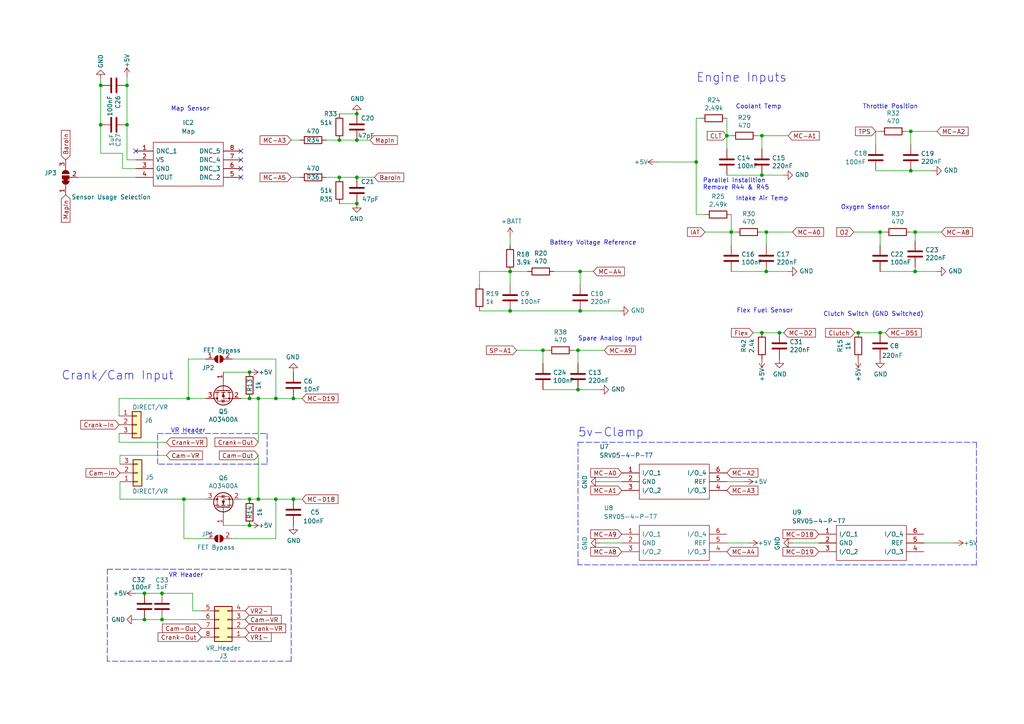
<source format=kicad_sch>
(kicad_sch (version 20211123) (generator eeschema)
  (paper "A4")
  (title_block (title "Pre-Ignition X4") (date "2021-09-25") (rev "3") (company "DetonationEMS") (comment 1 "detonationems.com"))
  (lib_symbols
    (symbol "Connector_Generic:Conn_01x03" (pin_names (offset 1.016) hide)
      (property "Reference" "J" (at 0 5.08 0))
      (property "Value" "Conn_01x03" (at 0 -5.08 0))
      (symbol "Conn_01x03_1_1"
        (rectangle (start -1.27 -2.413) (end 0 -2.667) (stroke (width 0.1524)))
        (rectangle (start -1.27 0.127) (end 0 -0.127) (stroke (width 0.1524)))
        (rectangle (start -1.27 2.667) (end 0 2.413) (stroke (width 0.1524)))
        (rectangle (start -1.27 3.81) (end 1.27 -3.81) (stroke (width 0.254)) (fill (type background)))
        (pin passive line (at -5.08 2.54 0) (length 3.81) (name "Pin_1") (number "1"))
        (pin passive line (at -5.08 0 0) (length 3.81) (name "Pin_2") (number "2"))
        (pin passive line (at -5.08 -2.54 0) (length 3.81) (name "Pin_3") (number "3"))
      )
    )
    (symbol "Connector_Generic:Conn_02x04_Counter_Clockwise" (pin_names (offset 1.016) hide)
      (property "Reference" "J" (at 1.27 5.08 0))
      (property "Value" "Conn_02x04_Counter_Clockwise" (at 1.27 -7.62 0))
      (symbol "Conn_02x04_Counter_Clockwise_1_1"
        (rectangle (start -1.27 -4.953) (end 0 -5.207) (stroke (width 0.1524)))
        (rectangle (start -1.27 -2.413) (end 0 -2.667) (stroke (width 0.1524)))
        (rectangle (start -1.27 0.127) (end 0 -0.127) (stroke (width 0.1524)))
        (rectangle (start -1.27 2.667) (end 0 2.413) (stroke (width 0.1524)))
        (rectangle (start -1.27 3.81) (end 3.81 -6.35) (stroke (width 0.254)) (fill (type background)))
        (rectangle (start 3.81 -4.953) (end 2.54 -5.207) (stroke (width 0.1524)))
        (rectangle (start 3.81 -2.413) (end 2.54 -2.667) (stroke (width 0.1524)))
        (rectangle (start 3.81 0.127) (end 2.54 -0.127) (stroke (width 0.1524)))
        (rectangle (start 3.81 2.667) (end 2.54 2.413) (stroke (width 0.1524)))
        (pin passive line (at -5.08 2.54 0) (length 3.81) (name "Pin_1") (number "1"))
        (pin passive line (at -5.08 0 0) (length 3.81) (name "Pin_2") (number "2"))
        (pin passive line (at -5.08 -2.54 0) (length 3.81) (name "Pin_3") (number "3"))
        (pin passive line (at -5.08 -5.08 0) (length 3.81) (name "Pin_4") (number "4"))
        (pin passive line (at 7.62 -5.08 180) (length 3.81) (name "Pin_5") (number "5"))
        (pin passive line (at 7.62 -2.54 180) (length 3.81) (name "Pin_6") (number "6"))
        (pin passive line (at 7.62 0 180) (length 3.81) (name "Pin_7") (number "7"))
        (pin passive line (at 7.62 2.54 180) (length 3.81) (name "Pin_8") (number "8"))
      )
    )
    (symbol "Device:C" (pin_numbers hide) (pin_names (offset 0.254))
      (property "Reference" "C" (at 0.635 2.54 0))
      (property "Value" "C" (at 0.635 -2.54 0))
      (symbol "C_0_1"
        (polyline (pts (xy -2.032 -0.762) (xy 2.032 -0.762)) (stroke (width 0.508)))
        (polyline (pts (xy -2.032 0.762) (xy 2.032 0.762)) (stroke (width 0.508)))
      )
      (symbol "C_1_1"
        (pin passive line (at 0 3.81 270) (length 2.794) (name "~") (number "1"))
        (pin passive line (at 0 -3.81 90) (length 2.794) (name "~") (number "2"))
      )
    )
    (symbol "Device:R" (pin_numbers hide) (pin_names (offset 0))
      (property "Reference" "R" (at 2.032 0 90))
      (property "Value" "R" (at 0 0 90))
      (symbol "R_0_1"
        (rectangle (start -1.016 -2.54) (end 1.016 2.54) (stroke (width 0.254)))
      )
      (symbol "R_1_1"
        (pin passive line (at 0 3.81 270) (length 1.27) (name "~") (number "1"))
        (pin passive line (at 0 -3.81 90) (length 1.27) (name "~") (number "2"))
      )
    )
    (symbol "Jumper:SolderJumper_2_Open" (pin_names (offset 0) hide)
      (property "Reference" "JP" (at 0 2.032 0))
      (property "Value" "SolderJumper_2_Open" (at 0 -2.54 0))
      (symbol "SolderJumper_2_Open_0_1"
        (arc (start -0.254 1.016) (mid -1.27 0) (end -0.254 -1.016))
        (arc (start -0.254 1.016) (mid -1.27 0) (end -0.254 -1.016) (fill (type outline)))
        (polyline (pts (xy -0.254 1.016) (xy -0.254 -1.016)))
        (polyline (pts (xy 0.254 1.016) (xy 0.254 -1.016)))
        (arc (start 0.254 -1.016) (mid 1.27 0) (end 0.254 1.016))
        (arc (start 0.254 -1.016) (mid 1.27 0) (end 0.254 1.016) (fill (type outline)))
      )
      (symbol "SolderJumper_2_Open_1_1"
        (pin passive line (at -3.81 0 0) (length 2.54) (name "A") (number "1"))
        (pin passive line (at 3.81 0 180) (length 2.54) (name "B") (number "2"))
      )
    )
    (symbol "Jumper:SolderJumper_3_Bridged12" (pin_names (offset 0) hide)
      (property "Reference" "JP" (at -2.54 -2.54 0))
      (property "Value" "SolderJumper_3_Bridged12" (at 0 2.794 0))
      (symbol "SolderJumper_3_Bridged12_0_1"
        (rectangle (start -1.016 0.508) (end -0.508 -0.508) (fill (type outline)))
        (arc (start -1.016 1.016) (mid -2.032 0) (end -1.016 -1.016))
        (arc (start -1.016 1.016) (mid -2.032 0) (end -1.016 -1.016) (fill (type outline)))
        (rectangle (start -0.508 1.016) (end 0.508 -1.016) (fill (type outline)))
        (polyline (pts (xy -2.54 0) (xy -2.032 0)))
        (polyline (pts (xy -1.016 1.016) (xy -1.016 -1.016)))
        (polyline (pts (xy 0 -1.27) (xy 0 -1.016)))
        (polyline (pts (xy 1.016 1.016) (xy 1.016 -1.016)))
        (polyline (pts (xy 2.54 0) (xy 2.032 0)))
        (arc (start 1.016 -1.016) (mid 2.032 0) (end 1.016 1.016))
        (arc (start 1.016 -1.016) (mid 2.032 0) (end 1.016 1.016) (fill (type outline)))
      )
      (symbol "SolderJumper_3_Bridged12_1_1"
        (pin passive line (at -5.08 0 0) (length 2.54) (name "A") (number "1"))
        (pin passive line (at 0 -3.81 90) (length 2.54) (name "C") (number "2"))
        (pin passive line (at 5.08 0 180) (length 2.54) (name "B") (number "3"))
      )
    )
    (symbol "MPXH6250AC6U:MPXH6250AC6U" (pin_names (offset 0.762))
      (property "Reference" "IC" (at 26.67 7.62 0))
      (property "Value" "MPXH6250AC6U" (at 26.67 5.08 0))
      (symbol "MPXH6250AC6U_0_0"
        (pin passive line (at 0 0 0) (length 5.08) (name "DNC_1") (number "1"))
        (pin passive line (at 0 -2.54 0) (length 5.08) (name "VS") (number "2"))
        (pin passive line (at 0 -5.08 0) (length 5.08) (name "GND") (number "3"))
        (pin passive line (at 0 -7.62 0) (length 5.08) (name "VOUT") (number "4"))
        (pin passive line (at 30.48 -7.62 180) (length 5.08) (name "DNC_2") (number "5"))
        (pin passive line (at 30.48 -5.08 180) (length 5.08) (name "DNC_3") (number "6"))
        (pin passive line (at 30.48 -2.54 180) (length 5.08) (name "DNC_4") (number "7"))
        (pin passive line (at 30.48 0 180) (length 5.08) (name "DNC_5") (number "8"))
      )
      (symbol "MPXH6250AC6U_0_1"
        (polyline (pts (xy 5.08 2.54) (xy 25.4 2.54) (xy 25.4 -10.16) (xy 5.08 -10.16) (xy 5.08 2.54)) (stroke (width 0.1524)))
      )
    )
    (symbol "Pre_Ignition-cache:AO3400A" (pin_names hide)
      (property "Reference" "Q" (at 5.08 1.905 0))
      (property "Value" "AO3400A" (at 5.08 0 0))
      (symbol "AO3400A_0_1"
        (polyline (pts (xy 0.254 0) (xy -2.54 0)))
        (polyline (pts (xy 0.254 1.905) (xy 0.254 -1.905)) (stroke (width 0.254)))
        (polyline (pts (xy 0.762 -1.27) (xy 0.762 -2.286)) (stroke (width 0.254)))
        (polyline (pts (xy 0.762 0.508) (xy 0.762 -0.508)) (stroke (width 0.254)))
        (polyline (pts (xy 0.762 2.286) (xy 0.762 1.27)) (stroke (width 0.254)))
        (polyline (pts (xy 2.54 2.54) (xy 2.54 1.778)))
        (polyline (pts (xy 2.54 -2.54) (xy 2.54 0) (xy 0.762 0)))
        (polyline (pts (xy 0.762 -1.778) (xy 3.302 -1.778) (xy 3.302 1.778) (xy 0.762 1.778)))
        (polyline (pts (xy 1.016 0) (xy 2.032 0.381) (xy 2.032 -0.381) (xy 1.016 0)) (fill (type outline)))
        (polyline (pts (xy 2.794 0.508) (xy 2.921 0.381) (xy 3.683 0.381) (xy 3.81 0.254)))
        (polyline (pts (xy 3.302 0.381) (xy 2.921 -0.254) (xy 3.683 -0.254) (xy 3.302 0.381)))
        (circle (center 1.651 0) (radius 2.794) (stroke (width 0.254)))
        (circle (center 2.54 -1.778) (radius 0.254) (fill (type outline)))
        (circle (center 2.54 1.778) (radius 0.254) (fill (type outline)))
      )
      (symbol "AO3400A_1_1"
        (pin input line (at -5.08 0 0) (length 2.54) (name "G") (number "1"))
        (pin passive line (at 2.54 -5.08 90) (length 2.54) (name "S") (number "2"))
        (pin passive line (at 2.54 5.08 270) (length 2.54) (name "D") (number "3"))
      )
    )
    (symbol "Pre_Ignition-rescue:SRV05-4-P-T7-SRV05-4-P-T7-Pre_Ignition-rescue-Pre_Ignition-rescue-Pre_Ignition-rescue" (pin_names (offset 0.762))
      (property "Reference" "IC" (at 26.67 7.62 0))
      (property "Value" "SRV05-4-P-T7-SRV05-4-P-T7-Pre_Ignition-rescue-Pre_Ignition-rescue-Pre_Ignition-rescue" (at 26.67 5.08 0))
      (symbol "SRV05-4-P-T7-SRV05-4-P-T7-Pre_Ignition-rescue-Pre_Ignition-rescue-Pre_Ignition-rescue_0_0"
        (pin passive line (at 0 0 0) (length 5.08) (name "I/O_1") (number "1"))
        (pin passive line (at 0 -2.54 0) (length 5.08) (name "GND") (number "2"))
        (pin passive line (at 0 -5.08 0) (length 5.08) (name "I/O_2") (number "3"))
        (pin passive line (at 30.48 -5.08 180) (length 5.08) (name "I/O_3") (number "4"))
        (pin passive line (at 30.48 -2.54 180) (length 5.08) (name "REF") (number "5"))
        (pin passive line (at 30.48 0 180) (length 5.08) (name "I/O_4") (number "6"))
      )
      (symbol "SRV05-4-P-T7-SRV05-4-P-T7-Pre_Ignition-rescue-Pre_Ignition-rescue-Pre_Ignition-rescue_0_1"
        (polyline (pts (xy 5.08 2.54) (xy 25.4 2.54) (xy 25.4 -7.62) (xy 5.08 -7.62) (xy 5.08 2.54)) (stroke (width 0.1524)))
      )
    )
    (symbol "power:+5V" (power) (pin_names (offset 0))
      (property "Value" "+5V" (at 0 3.556 0))
      (symbol "+5V_0_1"
        (polyline (pts (xy -0.762 1.27) (xy 0 2.54)))
        (polyline (pts (xy 0 0) (xy 0 2.54)))
        (polyline (pts (xy 0 2.54) (xy 0.762 1.27)))
      )
      (symbol "+5V_1_1"
        (pin power_in line (at 0 0 90) (length 0) hide (name "+5V") (number "1"))
      )
    )
    (symbol "power:+BATT" (power) (pin_names (offset 0))
      (property "Value" "+BATT" (at 0 3.556 0))
      (symbol "+BATT_0_1"
        (polyline (pts (xy -0.762 1.27) (xy 0 2.54)))
        (polyline (pts (xy 0 0) (xy 0 2.54)))
        (polyline (pts (xy 0 2.54) (xy 0.762 1.27)))
      )
      (symbol "+BATT_1_1"
        (pin power_in line (at 0 0 90) (length 0) hide (name "+BATT") (number "1"))
      )
    )
    (symbol "power:GND" (power) (pin_names (offset 0))
      (property "Value" "GND" (at 0 -3.81 0))
      (symbol "GND_0_1"
        (polyline (pts (xy 0 0) (xy 0 -1.27) (xy 1.27 -1.27) (xy 0 -2.54) (xy -1.27 -1.27) (xy 0 -1.27)))
      )
      (symbol "GND_1_1"
        (pin power_in line (at 0 0 270) (length 0) hide (name "GND") (number "1"))
      )
    )
  )
  (junction (at 103.505 59.055))
  (junction (at 220.98 39.37))
  (junction (at 168.275 90.17))
  (junction (at 103.505 51.435))
  (junction (at 255.27 67.31))
  (junction (at 264.16 38.1))
  (junction (at 29.21 24.765))
  (junction (at 212.09 67.31))
  (junction (at 85.09 115.57))
  (junction (at 226.06 96.52))
  (junction (at 85.09 144.78))
  (junction (at 72.39 107.95))
  (junction (at 103.505 40.64))
  (junction (at 29.21 36.195))
  (junction (at 80.01 115.57))
  (junction (at 210.82 39.37))
  (junction (at 54.61 115.57))
  (junction (at 168.275 78.74))
  (junction (at 264.16 49.53))
  (junction (at 265.43 78.74))
  (junction (at 222.25 67.31))
  (junction (at 220.98 96.52))
  (junction (at 80.01 144.78))
  (junction (at 72.39 152.4))
  (junction (at 74.93 115.57))
  (junction (at 167.64 101.6))
  (junction (at 265.43 67.31))
  (junction (at 255.27 96.52))
  (junction (at 72.39 144.78))
  (junction (at 167.64 113.03))
  (junction (at 41.91 172.085))
  (junction (at 103.505 33.02))
  (junction (at 98.425 40.64))
  (junction (at 147.955 90.17))
  (junction (at 53.34 144.78))
  (junction (at 201.93 46.99))
  (junction (at 248.92 96.52))
  (junction (at 41.91 179.705))
  (junction (at 36.83 36.195))
  (junction (at 46.99 179.705))
  (junction (at 98.425 51.435))
  (junction (at 72.39 115.57))
  (junction (at 220.98 50.8))
  (junction (at 74.93 144.78))
  (junction (at 36.83 24.765))
  (junction (at 46.99 172.085))
  (junction (at 147.955 78.74))
  (junction (at 157.48 101.6))
  (junction (at 222.25 78.74))
  (no_connect (at 39.37 43.815))
  (no_connect (at 69.85 43.815))
  (no_connect (at 69.85 46.355))
  (no_connect (at 69.85 48.895))
  (no_connect (at 69.85 51.435))
  (wire (pts (xy 201.93 62.23) (xy 204.47 62.23)))
  (wire (pts (xy 139.065 82.55) (xy 139.065 78.74)))
  (wire (pts (xy 229.87 157.48) (xy 237.49 157.48)))
  (wire (pts (xy 218.44 96.52) (xy 220.98 96.52)))
  (wire (pts (xy 103.505 59.055) (xy 98.425 59.055)))
  (wire (pts (xy 219.71 39.37) (xy 220.98 39.37)))
  (wire (pts (xy 54.61 104.14) (xy 54.61 115.57)))
  (wire (pts (xy 36.83 22.225) (xy 36.83 24.765)))
  (wire (pts (xy 254 49.53) (xy 264.16 49.53)))
  (wire (pts (xy 227.33 50.8) (xy 220.98 50.8)))
  (wire (pts (xy 264.16 38.1) (xy 264.16 41.91)))
  (wire (pts (xy 34.544 115.57) (xy 54.61 115.57)))
  (wire (pts (xy 74.93 144.78) (xy 72.39 144.78)))
  (wire (pts (xy 29.21 22.86) (xy 29.21 24.765)))
  (wire (pts (xy 247.904 96.52) (xy 248.92 96.52)))
  (wire (pts (xy 264.16 67.31) (xy 265.43 67.31)))
  (wire (pts (xy 55.88 177.165) (xy 55.88 172.085)))
  (wire (pts (xy 36.83 46.355) (xy 39.37 46.355)))
  (wire (pts (xy 264.16 38.1) (xy 271.78 38.1)))
  (wire (pts (xy 35.56 48.895) (xy 39.37 48.895)))
  (wire (pts (xy 147.955 82.55) (xy 147.955 78.74)))
  (wire (pts (xy 74.93 115.57) (xy 80.01 115.57)))
  (wire (pts (xy 103.505 51.435) (xy 108.585 51.435)))
  (wire (pts (xy 220.98 96.52) (xy 226.06 96.52)))
  (wire (pts (xy 86.995 51.435) (xy 84.455 51.435)))
  (polyline (pts (xy 167.64 128.27) (xy 283.21 128.27)))
  (wire (pts (xy 168.275 78.74) (xy 172.085 78.74)))
  (wire (pts (xy 157.48 101.6) (xy 158.75 101.6)))
  (wire (pts (xy 255.27 78.74) (xy 265.43 78.74)))
  (wire (pts (xy 147.955 90.17) (xy 168.275 90.17)))
  (wire (pts (xy 255.27 67.31) (xy 255.27 71.12)))
  (polyline (pts (xy 31.115 191.77) (xy 31.115 165.1)))
  (wire (pts (xy 29.21 24.765) (xy 29.21 36.195)))
  (wire (pts (xy 228.6 78.74) (xy 222.25 78.74)))
  (wire (pts (xy 222.25 67.31) (xy 222.25 71.12)))
  (polyline (pts (xy 77.47 134.62) (xy 45.72 134.62)))
  (wire (pts (xy 147.955 68.58) (xy 147.955 71.12)))
  (wire (pts (xy 201.93 46.99) (xy 201.93 62.23)))
  (wire (pts (xy 86.995 40.64) (xy 84.455 40.64)))
  (wire (pts (xy 85.09 144.78) (xy 80.01 144.78)))
  (wire (pts (xy 157.48 113.03) (xy 167.64 113.03)))
  (wire (pts (xy 98.425 33.02) (xy 103.505 33.02)))
  (wire (pts (xy 98.425 40.64) (xy 94.615 40.64)))
  (wire (pts (xy 212.09 78.74) (xy 222.25 78.74)))
  (wire (pts (xy 29.21 44.45) (xy 35.56 44.45)))
  (wire (pts (xy 210.82 39.37) (xy 210.82 43.18)))
  (wire (pts (xy 98.425 51.435) (xy 103.505 51.435)))
  (wire (pts (xy 210.82 34.29) (xy 210.82 39.37)))
  (wire (pts (xy 212.09 62.23) (xy 212.09 67.31)))
  (wire (pts (xy 34.544 128.27) (xy 48.26 128.27)))
  (wire (pts (xy 220.98 39.37) (xy 228.6 39.37)))
  (wire (pts (xy 98.425 40.64) (xy 103.505 40.64)))
  (wire (pts (xy 48.26 132.08) (xy 34.798 132.08)))
  (wire (pts (xy 222.25 67.31) (xy 229.87 67.31)))
  (wire (pts (xy 35.56 44.45) (xy 35.56 48.895)))
  (wire (pts (xy 36.83 24.765) (xy 36.83 36.195)))
  (wire (pts (xy 166.37 101.6) (xy 167.64 101.6)))
  (wire (pts (xy 160.655 78.74) (xy 168.275 78.74)))
  (wire (pts (xy 248.92 96.52) (xy 255.27 96.52)))
  (polyline (pts (xy 283.21 163.83) (xy 167.64 163.83)))
  (wire (pts (xy 167.64 101.6) (xy 175.26 101.6)))
  (wire (pts (xy 34.544 120.65) (xy 34.544 115.57)))
  (wire (pts (xy 41.91 172.085) (xy 46.99 172.085)))
  (wire (pts (xy 265.43 77.47) (xy 265.43 78.74)))
  (polyline (pts (xy 283.21 128.27) (xy 283.21 163.83)))
  (wire (pts (xy 173.99 139.7) (xy 180.34 139.7)))
  (wire (pts (xy 94.615 51.435) (xy 98.425 51.435)))
  (wire (pts (xy 59.69 156.21) (xy 53.34 156.21)))
  (wire (pts (xy 87.63 144.78) (xy 85.09 144.78)))
  (wire (pts (xy 58.42 177.165) (xy 55.88 177.165)))
  (wire (pts (xy 67.31 156.21) (xy 80.01 156.21)))
  (wire (pts (xy 254 38.1) (xy 255.27 38.1)))
  (wire (pts (xy 34.544 125.73) (xy 34.544 128.27)))
  (wire (pts (xy 29.21 36.195) (xy 29.21 44.45)))
  (wire (pts (xy 39.37 172.085) (xy 41.91 172.085)))
  (wire (pts (xy 157.48 101.6) (xy 157.48 105.41)))
  (polyline (pts (xy 84.455 191.77) (xy 31.115 191.77)))
  (wire (pts (xy 80.01 144.78) (xy 74.93 144.78)))
  (wire (pts (xy 22.86 51.435) (xy 39.37 51.435)))
  (wire (pts (xy 59.69 104.14) (xy 54.61 104.14)))
  (polyline (pts (xy 167.64 163.83) (xy 167.64 128.27)))
  (wire (pts (xy 180.34 157.48) (xy 173.99 157.48)))
  (wire (pts (xy 226.06 96.52) (xy 227.33 96.52)))
  (wire (pts (xy 139.065 90.17) (xy 147.955 90.17)))
  (wire (pts (xy 265.43 78.74) (xy 271.78 78.74)))
  (polyline (pts (xy 84.455 165.1) (xy 84.455 191.77)))
  (wire (pts (xy 179.705 90.17) (xy 168.275 90.17)))
  (wire (pts (xy 220.98 39.37) (xy 220.98 43.18)))
  (wire (pts (xy 80.01 115.57) (xy 85.09 115.57)))
  (wire (pts (xy 247.65 67.31) (xy 255.27 67.31)))
  (wire (pts (xy 74.93 128.27) (xy 74.93 115.57)))
  (wire (pts (xy 270.51 49.53) (xy 264.16 49.53)))
  (wire (pts (xy 210.82 50.8) (xy 220.98 50.8)))
  (wire (pts (xy 173.99 113.03) (xy 167.64 113.03)))
  (wire (pts (xy 201.93 34.29) (xy 201.93 46.99)))
  (wire (pts (xy 210.82 157.48) (xy 217.17 157.48)))
  (wire (pts (xy 139.065 78.74) (xy 147.955 78.74)))
  (wire (pts (xy 55.88 172.085) (xy 46.99 172.085)))
  (wire (pts (xy 215.9 139.7) (xy 210.82 139.7)))
  (wire (pts (xy 39.37 179.705) (xy 41.91 179.705)))
  (wire (pts (xy 210.82 39.37) (xy 212.09 39.37)))
  (wire (pts (xy 149.86 101.6) (xy 157.48 101.6)))
  (wire (pts (xy 34.798 144.78) (xy 53.34 144.78)))
  (wire (pts (xy 72.39 115.57) (xy 69.85 115.57)))
  (wire (pts (xy 34.798 139.7) (xy 34.798 144.78)))
  (wire (pts (xy 262.89 38.1) (xy 264.16 38.1)))
  (polyline (pts (xy 45.72 134.62) (xy 45.72 125.73)))
  (wire (pts (xy 41.91 179.705) (xy 46.99 179.705)))
  (wire (pts (xy 46.99 179.705) (xy 58.42 179.705)))
  (wire (pts (xy 265.43 67.31) (xy 273.05 67.31)))
  (wire (pts (xy 53.34 156.21) (xy 53.34 144.78)))
  (wire (pts (xy 147.955 78.74) (xy 153.035 78.74)))
  (wire (pts (xy 67.31 104.14) (xy 80.01 104.14)))
  (wire (pts (xy 54.61 115.57) (xy 59.69 115.57)))
  (wire (pts (xy 168.275 82.55) (xy 168.275 78.74)))
  (wire (pts (xy 220.98 67.31) (xy 222.25 67.31)))
  (wire (pts (xy 201.93 34.29) (xy 203.2 34.29)))
  (wire (pts (xy 255.27 67.31) (xy 256.54 67.31)))
  (wire (pts (xy 80.01 156.21) (xy 80.01 144.78)))
  (wire (pts (xy 103.505 40.64) (xy 107.315 40.64)))
  (wire (pts (xy 80.01 104.14) (xy 80.01 115.57)))
  (wire (pts (xy 85.09 115.57) (xy 87.63 115.57)))
  (wire (pts (xy 34.798 132.08) (xy 34.798 134.62)))
  (wire (pts (xy 265.43 69.85) (xy 265.43 67.31)))
  (wire (pts (xy 255.27 96.52) (xy 256.794 96.52)))
  (wire (pts (xy 74.93 132.08) (xy 74.93 144.78)))
  (wire (pts (xy 72.39 115.57) (xy 74.93 115.57)))
  (wire (pts (xy 59.69 144.78) (xy 53.34 144.78)))
  (wire (pts (xy 64.77 152.4) (xy 72.39 152.4)))
  (wire (pts (xy 204.47 67.31) (xy 212.09 67.31)))
  (wire (pts (xy 72.39 144.78) (xy 69.85 144.78)))
  (wire (pts (xy 212.09 67.31) (xy 212.09 71.12)))
  (wire (pts (xy 190.5 46.99) (xy 201.93 46.99)))
  (polyline (pts (xy 45.72 125.73) (xy 77.47 125.73)))
  (wire (pts (xy 72.39 107.95) (xy 64.77 107.95)))
  (polyline (pts (xy 31.115 165.1) (xy 84.455 165.1)))
  (wire (pts (xy 212.09 67.31) (xy 213.36 67.31)))
  (wire (pts (xy 36.83 36.195) (xy 36.83 46.355)))
  (wire (pts (xy 267.97 157.48) (xy 276.86 157.48)))
  (wire (pts (xy 254 38.1) (xy 254 41.91)))
  (polyline (pts (xy 77.47 125.73) (xy 77.47 134.62)))
  (wire (pts (xy 167.64 101.6) (xy 167.64 105.41)))
  (text "Map Sensor" (at 49.53 32.385 0) (effects (font (size 1.27 1.27)) (justify left bottom)))
  (text "Clutch Switch (GND Switched)" (at 238.76 91.948 0) (effects (font (size 1.27 1.27)) (justify left bottom)))
  (text "Engine Inputs" (at 201.93 24.13 0) (effects (font (size 2.54 2.54)) (justify left bottom)))
  (text "Throttle Position" (at 250.19 31.75 0) (effects (font (size 1.27 1.27)) (justify left bottom)))
  (text "Parallel Installtion\nRemove R44 & R45" (at 203.835 55.245 0) (effects (font (size 1.27 1.27)) (justify left bottom)))
  (text "Crank/Cam Input" (at 17.78 110.49 0) (effects (font (size 2.4892 2.4892)) (justify left bottom)))
  (text "Spare Analog Input" (at 167.64 99.06 0) (effects (font (size 1.27 1.27)) (justify left bottom)))
  (text "Oxygen Sensor" (at 243.84 60.96 0) (effects (font (size 1.27 1.27)) (justify left bottom)))
  (text "Coolant Temp" (at 213.36 31.75 0) (effects (font (size 1.27 1.27)) (justify left bottom)))
  (text "Intake Air Temp" (at 213.36 58.42 0) (effects (font (size 1.27 1.27)) (justify left bottom)))
  (text "VR Header" (at 48.895 167.64 0) (effects (font (size 1.27 1.27)) (justify left bottom)))
  (text "Battery Voltage Reference" (at 159.385 71.247 0) (effects (font (size 1.27 1.27)) (justify left bottom)))
  (text "Flex Fuel Sensor" (at 213.614 90.932 0) (effects (font (size 1.27 1.27)) (justify left bottom)))
  (text "5v-Clamp" (at 167.64 127 0) (effects (font (size 2.4892 2.4892)) (justify left bottom)))
  (text "VR Header" (at 49.53 125.73 0) (effects (font (size 1.27 1.27)) (justify left bottom)))
  (global_label "MC-A5" (shape input) (at 84.455 51.435 180) (property "Intersheet References" "${INTERSHEET_REFS}" (effects hide)))
  (global_label "MC-D2" (shape input) (at 227.33 96.52 0) (property "Intersheet References" "${INTERSHEET_REFS}" (effects hide)))
  (global_label "MapIn" (shape input) (at 107.315 40.64 0) (property "Intersheet References" "${INTERSHEET_REFS}" (effects hide)))
  (global_label "MC-D18" (shape input) (at 87.63 144.78 0) (property "Intersheet References" "${INTERSHEET_REFS}" (effects hide)))
  (global_label "Cam-VR" (shape input) (at 48.26 132.08 0) (property "Intersheet References" "${INTERSHEET_REFS}" (effects hide)))
  (global_label "MC-A1" (shape input) (at 180.34 142.24 180) (property "Intersheet References" "${INTERSHEET_REFS}" (effects hide)))
  (global_label "MC-A4" (shape input) (at 210.82 160.02 0) (property "Intersheet References" "${INTERSHEET_REFS}" (effects hide)))
  (global_label "Flex" (shape input) (at 218.44 96.52 180) (property "Intersheet References" "${INTERSHEET_REFS}" (effects hide)))
  (global_label "Clutch" (shape input) (at 247.904 96.52 180) (property "Intersheet References" "${INTERSHEET_REFS}" (effects hide)))
  (global_label "Crank-VR" (shape input) (at 71.12 182.245 0) (property "Intersheet References" "${INTERSHEET_REFS}" (effects hide)))
  (global_label "BaroIn" (shape input) (at 108.585 51.435 0) (property "Intersheet References" "${INTERSHEET_REFS}" (effects hide)))
  (global_label "MC-A4" (shape input) (at 172.085 78.74 0) (property "Intersheet References" "${INTERSHEET_REFS}" (effects hide)))
  (global_label "MC-D19" (shape input) (at 237.49 160.02 180) (property "Intersheet References" "${INTERSHEET_REFS}" (effects hide)))
  (global_label "MC-A0" (shape input) (at 180.34 137.16 180) (property "Intersheet References" "${INTERSHEET_REFS}" (effects hide)))
  (global_label "MC-A3" (shape input) (at 84.455 40.64 180) (property "Intersheet References" "${INTERSHEET_REFS}" (effects hide)))
  (global_label "Cam-In" (shape input) (at 34.798 137.16 180) (property "Intersheet References" "${INTERSHEET_REFS}" (effects hide)))
  (global_label "TPS" (shape input) (at 254 38.1 180) (property "Intersheet References" "${INTERSHEET_REFS}" (effects hide)))
  (global_label "MC-A9" (shape input) (at 180.34 154.94 180) (property "Intersheet References" "${INTERSHEET_REFS}" (effects hide)))
  (global_label "MC-A0" (shape input) (at 229.87 67.31 0) (property "Intersheet References" "${INTERSHEET_REFS}" (effects hide)))
  (global_label "Cam-VR" (shape input) (at 71.12 179.705 0) (property "Intersheet References" "${INTERSHEET_REFS}" (effects hide)))
  (global_label "MC-A2" (shape input) (at 210.82 137.16 0) (property "Intersheet References" "${INTERSHEET_REFS}" (effects hide)))
  (global_label "BaroIn" (shape input) (at 19.05 46.355 90) (property "Intersheet References" "${INTERSHEET_REFS}" (effects hide)))
  (global_label "Crank-Out" (shape input) (at 58.42 184.785 180) (property "Intersheet References" "${INTERSHEET_REFS}" (effects hide)))
  (global_label "MC-A3" (shape input) (at 210.82 142.24 0) (property "Intersheet References" "${INTERSHEET_REFS}" (effects hide)))
  (global_label "MC-A2" (shape input) (at 271.78 38.1 0) (property "Intersheet References" "${INTERSHEET_REFS}" (effects hide)))
  (global_label "MC-D18" (shape input) (at 237.49 154.94 180) (property "Intersheet References" "${INTERSHEET_REFS}" (effects hide)))
  (global_label "CLT" (shape input) (at 210.82 39.37 180) (property "Intersheet References" "${INTERSHEET_REFS}" (effects hide)))
  (global_label "MC-D19" (shape input) (at 87.63 115.57 0) (property "Intersheet References" "${INTERSHEET_REFS}" (effects hide)))
  (global_label "O2" (shape input) (at 247.65 67.31 180) (property "Intersheet References" "${INTERSHEET_REFS}" (effects hide)))
  (global_label "MC-A8" (shape input) (at 180.34 160.02 180) (property "Intersheet References" "${INTERSHEET_REFS}" (effects hide)))
  (global_label "Crank-Out" (shape input) (at 74.93 128.27 180) (property "Intersheet References" "${INTERSHEET_REFS}" (effects hide)))
  (global_label "VR1-" (shape input) (at 71.12 184.785 0) (property "Intersheet References" "${INTERSHEET_REFS}" (effects hide)))
  (global_label "MC-A8" (shape input) (at 273.05 67.31 0) (property "Intersheet References" "${INTERSHEET_REFS}" (effects hide)))
  (global_label "Crank-In" (shape input) (at 34.544 123.19 180) (property "Intersheet References" "${INTERSHEET_REFS}" (effects hide)))
  (global_label "MC-A9" (shape input) (at 175.26 101.6 0) (property "Intersheet References" "${INTERSHEET_REFS}" (effects hide)))
  (global_label "Cam-Out" (shape input) (at 58.42 182.245 180) (property "Intersheet References" "${INTERSHEET_REFS}" (effects hide)))
  (global_label "Crank-VR" (shape input) (at 48.26 128.27 0) (property "Intersheet References" "${INTERSHEET_REFS}" (effects hide)))
  (global_label "Cam-Out" (shape input) (at 74.93 132.08 180) (property "Intersheet References" "${INTERSHEET_REFS}" (effects hide)))
  (global_label "MC-A1" (shape input) (at 228.6 39.37 0) (property "Intersheet References" "${INTERSHEET_REFS}" (effects hide)))
  (global_label "VR2-" (shape input) (at 71.12 177.165 0) (property "Intersheet References" "${INTERSHEET_REFS}" (effects hide)))
  (global_label "MapIn" (shape input) (at 19.05 56.515 270) (property "Intersheet References" "${INTERSHEET_REFS}" (effects hide)))
  (global_label "MC-D51" (shape input) (at 256.794 96.52 0) (property "Intersheet References" "${INTERSHEET_REFS}" (effects hide)))
  (global_label "SP-A1" (shape input) (at 149.86 101.6 180) (property "Intersheet References" "${INTERSHEET_REFS}" (effects hide)))
  (global_label "IAT" (shape input) (at 204.47 67.31 180) (property "Intersheet References" "${INTERSHEET_REFS}" (effects hide)))
  (symbol (lib_id "Device:R") (at 259.08 38.1 270) (unit 1)
    (property "Reference" "R32" (at 259.08 32.8422 90))
    (property "Value" "470" (at 259.08 35.1536 90))
    (property "Footprint" "Resistor_SMD:R_0402_1005Metric" (effects hide))
    (property "LCSC" "C25117" (effects hide))
  )
  (symbol (lib_id "Device:C") (at 254 45.72 0) (unit 1)
    (property "Reference" "C18" (at 247.65 44.45 0) (effects (justify left)))
    (property "Value" "100nF" (at 245.11 46.99 0) (effects (justify left)))
    (property "Footprint" "Capacitor_SMD:C_0402_1005Metric" (effects hide))
    (property "LCSC" "C307331" (effects hide))
  )
  (symbol (lib_id "Device:C") (at 264.16 45.72 0) (unit 1)
    (property "Reference" "C19" (at 267.081 44.5516 0) (effects (justify left)))
    (property "Value" "220nF" (at 267.081 46.863 0) (effects (justify left)))
    (property "Footprint" "Capacitor_SMD:C_0402_1005Metric" (effects hide))
    (property "LCSC" "C16772" (effects hide))
  )
  (symbol (lib_id "power:GND") (at 270.51 49.53 90) (unit 1)
    (property "Reference" "#PWR078" (effects hide))
    (property "Value" "GND" (at 273.7612 49.403 90) (effects (justify right)))
  )
  (symbol (lib_id "Device:R") (at 260.35 67.31 270) (unit 1)
    (property "Reference" "R37" (at 260.35 62.0522 90))
    (property "Value" "470" (at 260.35 64.3636 90))
    (property "Footprint" "Resistor_SMD:R_0402_1005Metric" (effects hide))
    (property "LCSC" "C25117" (effects hide))
  )
  (symbol (lib_id "Device:C") (at 255.27 74.93 0) (unit 1)
    (property "Reference" "C22" (at 258.191 73.7616 0) (effects (justify left)))
    (property "Value" "100nF" (at 258.191 76.073 0) (effects (justify left)))
    (property "Footprint" "Capacitor_SMD:C_0402_1005Metric" (effects hide))
    (property "LCSC" "C307331" (effects hide))
  )
  (symbol (lib_id "Device:C") (at 265.43 73.66 0) (unit 1)
    (property "Reference" "C23" (at 268.351 72.4916 0) (effects (justify left)))
    (property "Value" "220nF" (at 268.351 74.803 0) (effects (justify left)))
    (property "Footprint" "Capacitor_SMD:C_0402_1005Metric" (effects hide))
    (property "LCSC" "C16772" (effects hide))
  )
  (symbol (lib_id "power:GND") (at 271.78 78.74 90) (unit 1)
    (property "Reference" "#PWR079" (effects hide))
    (property "Value" "GND" (at 275.0312 78.613 90) (effects (justify right)))
  )
  (symbol (lib_id "Device:R") (at 90.805 40.64 270) (unit 1)
    (property "Reference" "R34" (at 90.805 40.64 90))
    (property "Value" "470" (at 90.805 38.1 90))
    (property "Footprint" "Resistor_SMD:R_0402_1005Metric" (effects hide))
    (property "LCSC" "C25117" (effects hide))
  )
  (symbol (lib_id "Device:R") (at 217.17 67.31 270) (unit 1)
    (property "Reference" "R30" (at 217.17 62.0522 90))
    (property "Value" "470" (at 217.17 64.3636 90))
    (property "Footprint" "Resistor_SMD:R_0402_1005Metric" (effects hide))
    (property "LCSC" "C25117" (effects hide))
  )
  (symbol (lib_id "Device:C") (at 212.09 74.93 0) (unit 1)
    (property "Reference" "C16" (at 215.011 73.7616 0) (effects (justify left)))
    (property "Value" "100nF" (at 215.011 76.073 0) (effects (justify left)))
    (property "Footprint" "Capacitor_SMD:C_0402_1005Metric" (effects hide))
    (property "LCSC" "C307331" (effects hide))
  )
  (symbol (lib_id "Device:C") (at 222.25 74.93 0) (unit 1)
    (property "Reference" "C17" (at 225.171 73.7616 0) (effects (justify left)))
    (property "Value" "220nF" (at 225.171 76.073 0) (effects (justify left)))
    (property "Footprint" "Capacitor_SMD:C_0402_1005Metric" (effects hide))
    (property "LCSC" "C16772" (effects hide))
  )
  (symbol (lib_id "power:GND") (at 228.6 78.74 90) (unit 1)
    (property "Reference" "#PWR074" (effects hide))
    (property "Value" "GND" (at 231.8512 78.613 90) (effects (justify right)))
  )
  (symbol (lib_id "Device:R") (at 220.98 100.33 0) (unit 1)
    (property "Reference" "R42" (at 215.7222 100.33 90))
    (property "Value" "2.4k" (at 218.0336 100.33 90))
    (property "Footprint" "Resistor_SMD:R_0402_1005Metric" (effects hide))
    (property "LCSC" "C25882" (effects hide))
  )
  (symbol (lib_id "Device:C") (at 226.06 100.33 0) (unit 1)
    (property "Reference" "C31" (at 228.981 99.1616 0) (effects (justify left)))
    (property "Value" "220nF" (at 228.981 101.473 0) (effects (justify left)))
    (property "Footprint" "Capacitor_SMD:C_0402_1005Metric" (effects hide))
    (property "LCSC" "C16772" (effects hide))
  )
  (symbol (lib_id "Device:R") (at 215.9 39.37 270) (unit 1)
    (property "Reference" "R29" (at 215.9 34.1122 90))
    (property "Value" "470" (at 215.9 36.4236 90))
    (property "Footprint" "Resistor_SMD:R_0402_1005Metric" (effects hide))
    (property "LCSC" "C25117" (effects hide))
  )
  (symbol (lib_id "Device:C") (at 210.82 46.99 0) (unit 1)
    (property "Reference" "C14" (at 213.741 45.8216 0) (effects (justify left)))
    (property "Value" "100nF" (at 213.741 48.133 0) (effects (justify left)))
    (property "Footprint" "Capacitor_SMD:C_0402_1005Metric" (effects hide))
    (property "LCSC" "C307331" (effects hide))
  )
  (symbol (lib_id "Device:C") (at 220.98 46.99 0) (unit 1)
    (property "Reference" "C15" (at 223.901 45.8216 0) (effects (justify left)))
    (property "Value" "220nF" (at 223.901 48.133 0) (effects (justify left)))
    (property "Footprint" "Capacitor_SMD:C_0402_1005Metric" (effects hide))
    (property "LCSC" "C16772" (effects hide))
  )
  (symbol (lib_id "power:GND") (at 227.33 50.8 90) (unit 1)
    (property "Reference" "#PWR072" (effects hide))
    (property "Value" "GND" (at 230.5812 50.673 90) (effects (justify right)))
  )
  (symbol (lib_id "Device:R") (at 208.28 62.23 270) (unit 1) (in_bom no)
    (property "Reference" "R25" (at 208.28 56.9722 90))
    (property "Value" "2.49k" (at 208.28 59.2836 90))
    (property "Footprint" "Resistor_THT:R_Axial_DIN0207_L6.3mm_D2.5mm_P7.62mm_Horizontal" (effects hide))
  )
  (symbol (lib_id "Device:R") (at 162.56 101.6 270) (unit 1)
    (property "Reference" "R38" (at 162.56 96.3422 90))
    (property "Value" "470" (at 162.56 98.6536 90))
    (property "Footprint" "Resistor_SMD:R_0402_1005Metric" (effects hide))
    (property "LCSC" "C25117" (effects hide))
  )
  (symbol (lib_id "Device:C") (at 157.48 109.22 0) (unit 1)
    (property "Reference" "C24" (at 160.401 108.0516 0) (effects (justify left)))
    (property "Value" "100nF" (at 160.401 110.363 0) (effects (justify left)))
    (property "Footprint" "Capacitor_SMD:C_0402_1005Metric" (effects hide))
    (property "LCSC" "C307331" (effects hide))
  )
  (symbol (lib_id "Device:C") (at 167.64 109.22 0) (unit 1)
    (property "Reference" "C13" (at 170.561 108.0516 0) (effects (justify left)))
    (property "Value" "220nF" (at 170.561 110.363 0) (effects (justify left)))
    (property "Footprint" "Capacitor_SMD:C_0402_1005Metric" (effects hide))
    (property "LCSC" "C16772" (effects hide))
  )
  (symbol (lib_id "power:GND") (at 173.99 113.03 90) (unit 1)
    (property "Reference" "#PWR065" (effects hide))
    (property "Value" "GND" (at 177.2412 112.903 90) (effects (justify right)))
  )
  (symbol (lib_id "Device:R") (at 248.92 100.33 0) (unit 1)
    (property "Reference" "R15" (at 243.6622 100.33 90))
    (property "Value" "1k" (at 245.9736 100.33 90))
    (property "Footprint" "Resistor_SMD:R_0402_1005Metric" (effects hide))
    (property "LCSC" "C11702" (effects hide))
  )
  (symbol (lib_id "power:GND") (at 179.705 90.17 90) (unit 1)
    (property "Reference" "#PWR066" (effects hide))
    (property "Value" "GND" (at 182.9562 90.043 90) (effects (justify right)))
  )
  (symbol (lib_id "Device:C") (at 168.275 86.36 0) (unit 1)
    (property "Reference" "C10" (at 171.196 85.1916 0) (effects (justify left)))
    (property "Value" "220nF" (at 171.196 87.503 0) (effects (justify left)))
    (property "Footprint" "Capacitor_SMD:C_0402_1005Metric" (effects hide))
    (property "LCSC" "C16772" (effects hide))
  )
  (symbol (lib_id "Device:C") (at 147.955 86.36 0) (unit 1)
    (property "Reference" "C9" (at 150.876 85.1916 0) (effects (justify left)))
    (property "Value" "100nF" (at 150.876 87.503 0) (effects (justify left)))
    (property "Footprint" "Capacitor_SMD:C_0402_1005Metric" (effects hide))
    (property "LCSC" "C307331" (effects hide))
  )
  (symbol (lib_id "Device:R") (at 156.845 78.74 270) (unit 1)
    (property "Reference" "R20" (at 156.845 73.4822 90))
    (property "Value" "470" (at 156.845 75.7936 90))
    (property "Footprint" "Resistor_SMD:R_0402_1005Metric" (effects hide))
    (property "LCSC" "C25117" (effects hide))
  )
  (symbol (lib_id "Device:R") (at 147.955 74.93 180) (unit 1)
    (property "Reference" "R18" (at 149.733 73.7616 0) (effects (justify right)))
    (property "Value" "3.9k" (at 149.733 76.073 0) (effects (justify right)))
    (property "Footprint" "Resistor_SMD:R_0603_1608Metric" (effects hide))
    (property "LCSC" "C23018" (effects hide))
  )
  (symbol (lib_id "Device:R") (at 139.065 86.36 180) (unit 1)
    (property "Reference" "R19" (at 140.843 85.1916 0) (effects (justify right)))
    (property "Value" "1k" (at 140.843 87.503 0) (effects (justify right)))
    (property "Footprint" "Resistor_SMD:R_0402_1005Metric" (effects hide))
    (property "LCSC" "C11702" (effects hide))
  )
  (symbol (lib_id "Connector_Generic:Conn_02x04_Counter_Clockwise") (at 66.04 182.245 180) (unit 1) (in_bom no)
    (property "Reference" "J3" (at 64.77 190.2968 0))
    (property "Value" "VR_Header" (at 64.77 187.9854 0))
    (property "Footprint" "Detonation:Socket_VRConditioner" (effects hide))
  )
  (symbol (lib_id "power:GND") (at 39.37 179.705 270) (unit 1)
    (property "Reference" "#PWR054" (effects hide))
    (property "Value" "GND" (at 34.29 179.705 90))
  )
  (symbol (lib_id "Jumper:SolderJumper_2_Open") (at 63.5 104.14 0) (unit 1) (in_bom no)
    (property "Reference" "JP2" (at 62.23 106.68 0) (effects (justify right)))
    (property "Value" "FET Bypass" (at 69.85 101.6 0) (effects (justify right)))
    (property "Footprint" "Jumper:SolderJumper-2_P1.3mm_Open_RoundedPad1.0x1.5mm" (effects hide))
  )
  (symbol (lib_id "Jumper:SolderJumper_2_Open") (at 63.5 156.21 0) (unit 1) (in_bom no)
    (property "Reference" "JP1" (at 58.42 154.94 0) (effects (justify left)))
    (property "Value" "FET Bypass" (at 57.15 158.75 0) (effects (justify left)))
    (property "Footprint" "Jumper:SolderJumper-2_P1.3mm_Open_RoundedPad1.0x1.5mm" (effects hide))
  )
  (symbol (lib_id "Device:R") (at 72.39 111.76 0) (unit 1)
    (property "Reference" "R13" (at 72.39 111.76 90))
    (property "Value" "1k" (at 74.93 111.76 90))
    (property "Footprint" "Resistor_SMD:R_0402_1005Metric" (effects hide))
    (property "LCSC" "C11702" (effects hide))
  )
  (symbol (lib_id "Device:R") (at 72.39 148.59 180) (unit 1)
    (property "Reference" "R14" (at 72.39 148.59 90))
    (property "Value" "1k" (at 75.3364 148.59 90))
    (property "Footprint" "Resistor_SMD:R_0402_1005Metric" (effects hide))
    (property "LCSC" "C11702" (effects hide))
  )
  (symbol (lib_id "power:+BATT") (at 147.955 68.58 0) (unit 1)
    (property "Reference" "#PWR062" (effects hide))
    (property "Value" "+BATT" (at 148.336 64.1858 0))
  )
  (symbol (lib_id "Device:C") (at 103.505 36.83 180) (unit 1)
    (property "Reference" "C20" (at 108.585 34.29 0) (effects (justify left)))
    (property "Value" "47pF" (at 108.585 39.37 0) (effects (justify left)))
    (property "Footprint" "Capacitor_SMD:C_0402_1005Metric" (effects hide))
    (property "LCSC" "C1567" (effects hide))
  )
  (symbol (lib_id "Device:C") (at 85.09 111.76 0) (unit 1)
    (property "Reference" "C6" (at 88.011 110.5916 0) (effects (justify left)))
    (property "Value" "10nF" (at 88.011 112.903 0) (effects (justify left)))
    (property "Footprint" "Capacitor_SMD:C_0402_1005Metric" (effects hide))
    (property "LCSC" "C15195" (effects hide))
  )
  (symbol (lib_id "Device:C") (at 85.09 148.59 180) (unit 1)
    (property "Reference" "C5" (at 92.71 148.59 0) (effects (justify left)))
    (property "Value" "100nF" (at 93.98 151.13 0) (effects (justify left)))
    (property "Footprint" "Capacitor_SMD:C_0402_1005Metric" (effects hide))
    (property "LCSC" "C307331" (effects hide))
  )
  (symbol (lib_id "power:GND") (at 85.09 107.95 180) (unit 1)
    (property "Reference" "#PWR055" (effects hide))
    (property "Value" "GND" (at 84.963 103.5558 0))
  )
  (symbol (lib_id "power:GND") (at 85.09 152.4 0) (unit 1)
    (property "Reference" "#PWR056" (effects hide))
    (property "Value" "GND" (at 85.217 156.7942 0))
  )
  (symbol (lib_id "Pre_Ignition-rescue:SRV05-4-P-T7-SRV05-4-P-T7-Pre_Ignition-rescue-Pre_Ignition-rescue-Pre_Ignition-rescue") (at 180.34 137.16 0) (unit 1)
    (property "Reference" "U7" (at 175.26 129.54 0))
    (property "Value" "SRV05-4-P-T7" (at 181.61 132.08 0))
    (property "Footprint" "Package_TO_SOT_SMD:SOT-23-6" (effects hide))
    (property "Datasheet" "http://www.onsemi.com/pub/Collateral/SRV05-4-D.PDF" (effects hide))
    (property "LCSC" "C85364" (effects hide))
  )
  (symbol (lib_id "Pre_Ignition-rescue:SRV05-4-P-T7-SRV05-4-P-T7-Pre_Ignition-rescue-Pre_Ignition-rescue-Pre_Ignition-rescue") (at 180.34 154.94 0) (unit 1)
    (property "Reference" "U8" (at 176.53 147.32 0))
    (property "Value" "SRV05-4-P-T7" (at 182.88 149.86 0))
    (property "Footprint" "Package_TO_SOT_SMD:SOT-23-6" (effects hide))
    (property "Datasheet" "http://www.onsemi.com/pub/Collateral/SRV05-4-D.PDF" (effects hide))
    (property "LCSC" "C85364" (effects hide))
  )
  (symbol (lib_id "Pre_Ignition-rescue:SRV05-4-P-T7-SRV05-4-P-T7-Pre_Ignition-rescue-Pre_Ignition-rescue-Pre_Ignition-rescue") (at 237.49 154.94 0) (unit 1)
    (property "Reference" "U9" (at 231.14 148.59 0))
    (property "Value" "SRV05-4-P-T7" (at 237.49 151.13 0))
    (property "Footprint" "Package_TO_SOT_SMD:SOT-23-6" (effects hide))
    (property "Datasheet" "http://www.onsemi.com/pub/Collateral/SRV05-4-D.PDF" (effects hide))
    (property "LCSC" "C85364" (effects hide))
  )
  (symbol (lib_id "power:GND") (at 173.99 139.7 270) (unit 1)
    (property "Reference" "#PWR063" (effects hide))
    (property "Value" "GND" (at 169.5958 139.827 0))
  )
  (symbol (lib_id "power:GND") (at 173.99 157.48 270) (unit 1)
    (property "Reference" "#PWR064" (effects hide))
    (property "Value" "GND" (at 169.5958 157.607 0))
  )
  (symbol (lib_id "power:GND") (at 229.87 157.48 270) (unit 1)
    (property "Reference" "#PWR075" (effects hide))
    (property "Value" "GND" (at 225.4758 157.607 0))
  )
  (symbol (lib_id "Device:R") (at 90.805 51.435 270) (mirror x) (unit 1)
    (property "Reference" "R36" (at 90.805 51.435 90))
    (property "Value" "470" (at 90.805 48.895 90))
    (property "Footprint" "Resistor_SMD:R_0402_1005Metric" (effects hide))
    (property "LCSC" "C25117" (effects hide))
  )
  (symbol (lib_id "Device:C") (at 103.505 55.245 0) (mirror y) (unit 1)
    (property "Reference" "C21" (at 108.585 52.705 0) (effects (justify left)))
    (property "Value" "47pF" (at 109.855 57.785 0) (effects (justify left)))
    (property "Footprint" "Capacitor_SMD:C_0402_1005Metric" (effects hide))
    (property "LCSC" "C1567" (effects hide))
  )
  (symbol (lib_id "Device:R") (at 98.425 55.245 0) (mirror y) (unit 1)
    (property "Reference" "R35" (at 94.615 57.785 0))
    (property "Value" "51k" (at 94.615 55.245 0))
    (property "Footprint" "Resistor_SMD:R_0402_1005Metric" (effects hide))
    (property "LCSC" "C25794" (effects hide))
  )
  (symbol (lib_id "power:GND") (at 103.505 59.055 0) (mirror y) (unit 1)
    (property "Reference" "#PWR058" (effects hide))
    (property "Value" "GND" (at 103.378 63.4492 0))
  )
  (symbol (lib_id "Pre_Ignition-cache:AO3400A") (at 64.77 147.32 90) (unit 1)
    (property "Reference" "Q6" (at 64.77 138.6332 90))
    (property "Value" "AO3400A" (at 64.77 140.9446 90))
    (property "Footprint" "Package_TO_SOT_SMD:SOT-23" (effects hide))
    (property "LCSC" "C20917" (effects hide))
  )
  (symbol (lib_id "Pre_Ignition-cache:AO3400A") (at 64.77 113.03 90) (mirror x) (unit 1)
    (property "Reference" "Q5" (at 64.77 119.3546 90))
    (property "Value" "AO3400A" (at 64.77 121.666 90))
    (property "Footprint" "Package_TO_SOT_SMD:SOT-23" (effects hide))
    (property "LCSC" "C20917" (effects hide))
  )
  (symbol (lib_id "Device:R") (at 98.425 36.83 0) (mirror y) (unit 1)
    (property "Reference" "R33" (at 95.885 33.02 0))
    (property "Value" "51k" (at 94.615 35.56 0))
    (property "Footprint" "Resistor_SMD:R_0402_1005Metric" (effects hide))
    (property "LCSC" "C25794" (effects hide))
  )
  (symbol (lib_id "power:GND") (at 103.505 33.02 0) (mirror x) (unit 1)
    (property "Reference" "#PWR057" (effects hide))
    (property "Value" "GND" (at 103.632 28.6258 0))
  )
  (symbol (lib_id "power:+5V") (at 72.39 152.4 270) (unit 1)
    (property "Reference" "#PWR052" (effects hide))
    (property "Value" "+5V" (at 74.93 152.4 90) (effects (justify left)))
  )
  (symbol (lib_id "power:GND") (at 226.06 104.14 0) (unit 1)
    (property "Reference" "#PWR071" (effects hide))
    (property "Value" "GND" (at 226.187 108.5342 0))
  )
  (symbol (lib_id "power:+5V") (at 39.37 172.085 90) (unit 1)
    (property "Reference" "#PWR053" (effects hide))
    (property "Value" "+5V" (at 36.83 172.085 90) (effects (justify left)))
  )
  (symbol (lib_id "power:+5V") (at 276.86 157.48 270) (unit 1)
    (property "Reference" "#PWR081" (effects hide))
    (property "Value" "+5V" (at 279.4 157.48 90) (effects (justify left)))
  )
  (symbol (lib_id "Device:C") (at 33.02 24.765 270) (unit 1)
    (property "Reference" "C26" (at 34.1884 27.686 0) (effects (justify left)))
    (property "Value" "100nF" (at 31.877 27.686 0) (effects (justify left)))
    (property "Footprint" "Capacitor_SMD:C_0402_1005Metric" (effects hide))
    (property "LCSC" "C307331" (effects hide))
  )
  (symbol (lib_id "power:+5V") (at 36.83 22.225 0) (unit 1)
    (property "Reference" "#PWR050" (effects hide))
    (property "Value" "+5V" (at 36.83 19.685 90) (effects (justify left)))
  )
  (symbol (lib_id "power:+5V") (at 220.98 104.14 180) (unit 1)
    (property "Reference" "#PWR070" (effects hide))
    (property "Value" "+5V" (at 220.98 106.68 90) (effects (justify left)))
  )
  (symbol (lib_id "power:+5V") (at 248.92 104.14 180) (unit 1)
    (property "Reference" "#PWR076" (effects hide))
    (property "Value" "+5V" (at 248.92 106.68 90) (effects (justify left)))
  )
  (symbol (lib_id "Connector_Generic:Conn_01x03") (at 39.624 123.19 0) (unit 1) (in_bom no)
    (property "Reference" "J6" (at 41.91 121.9199 0) (effects (justify left)))
    (property "Value" "DIRECT/VR" (at 38.354 118.11 0) (effects (justify left)))
    (property "Footprint" "Detonation:1x03-Proto" (effects hide))
  )
  (symbol (lib_id "power:+5V") (at 215.9 139.7 270) (unit 1)
    (property "Reference" "#PWR068" (effects hide))
    (property "Value" "+5V" (at 218.44 139.7 90) (effects (justify left)))
  )
  (symbol (lib_id "Jumper:SolderJumper_3_Bridged12") (at 19.05 51.435 90) (unit 1)
    (property "Reference" "JP3" (at 16.51 50.1649 90) (effects (justify left)))
    (property "Value" "Sensor Usage Selection" (at 43.815 57.1499 90) (effects (justify left)))
    (property "Footprint" "Jumper:SolderJumper-3_P1.3mm_Bridged12_RoundedPad1.0x1.5mm_NumberLabels" (effects hide))
  )
  (symbol (lib_id "Device:R") (at 207.01 34.29 270) (unit 1) (in_bom no)
    (property "Reference" "R24" (at 207.01 29.0322 90))
    (property "Value" "2.49k" (at 207.01 31.3436 90))
    (property "Footprint" "Resistor_THT:R_Axial_DIN0207_L6.3mm_D2.5mm_P7.62mm_Horizontal" (effects hide))
  )
  (symbol (lib_id "power:+5V") (at 217.17 157.48 270) (unit 1)
    (property "Reference" "#PWR069" (effects hide))
    (property "Value" "+5V" (at 219.71 157.48 90) (effects (justify left)))
  )
  (symbol (lib_id "power:GND") (at 255.27 104.14 0) (unit 1)
    (property "Reference" "#PWR077" (effects hide))
    (property "Value" "GND" (at 255.397 108.5342 0))
  )
  (symbol (lib_id "MPXH6250AC6U:MPXH6250AC6U") (at 39.37 43.815 0) (unit 1) (in_bom no)
    (property "Reference" "IC2" (at 54.61 35.56 0))
    (property "Value" "Map" (at 54.61 38.1 0))
    (property "Footprint" "Detonation:MPXH6250" (effects hide))
    (property "Datasheet" "https://www.nxp.com/docs/en/data-sheet/MPXH6250A.pdf" (effects hide))
  )
  (symbol (lib_id "power:+5V") (at 72.39 107.95 270) (unit 1)
    (property "Reference" "#PWR051" (effects hide))
    (property "Value" "+5V" (at 74.93 107.95 90) (effects (justify left)))
  )
  (symbol (lib_id "Connector_Generic:Conn_01x03") (at 39.878 137.16 0) (mirror x) (unit 1) (in_bom no)
    (property "Reference" "J5" (at 42.164 138.4301 0) (effects (justify left)))
    (property "Value" "DIRECT/VR" (at 38.354 142.494 0) (effects (justify left)))
    (property "Footprint" "Detonation:1x03-Proto" (effects hide))
  )
  (symbol (lib_id "Device:C") (at 33.02 36.195 270) (unit 1)
    (property "Reference" "C27" (at 34.29 40.64 0))
    (property "Value" "1uF" (at 32.385 40.64 0))
    (property "Footprint" "Capacitor_SMD:C_0402_1005Metric" (effects hide))
    (property "LCSC" "C52923" (effects hide))
  )
  (symbol (lib_id "Device:C") (at 41.91 175.895 180) (unit 1)
    (property "Reference" "C32" (at 42.164 168.1734 0) (effects (justify left)))
    (property "Value" "100nF" (at 44.069 170.307 0) (effects (justify left)))
    (property "Footprint" "Capacitor_SMD:C_0402_1005Metric" (effects hide))
    (property "LCSC" "C307331" (effects hide))
  )
  (symbol (lib_id "power:GND") (at 29.21 22.86 0) (mirror x) (unit 1)
    (property "Reference" "#PWR049" (effects hide))
    (property "Value" "GND" (at 29.21 19.812 90) (effects (justify right)))
  )
  (symbol (lib_id "Device:C") (at 255.27 100.33 0) (unit 1)
    (property "Reference" "C8" (at 258.064 100.33 0) (effects (justify left)))
    (property "Value" "220nF" (at 255.778 103.124 0) (effects (justify left)))
    (property "Footprint" "Capacitor_SMD:C_0402_1005Metric" (effects hide))
    (property "LCSC" "C16772" (effects hide))
  )
  (symbol (lib_id "Device:C") (at 46.99 175.895 180) (unit 1)
    (property "Reference" "C33" (at 46.99 168.275 0))
    (property "Value" "1uF" (at 46.99 170.18 0))
    (property "Footprint" "Capacitor_SMD:C_0402_1005Metric" (effects hide))
    (property "LCSC" "C52923" (effects hide))
  )
  (symbol (lib_id "power:+5V") (at 190.5 46.99 90) (unit 1)
    (property "Reference" "#PWR067" (effects hide))
    (property "Value" "+5V" (at 187.96 46.99 90) (effects (justify left)))
  )
)
</source>
